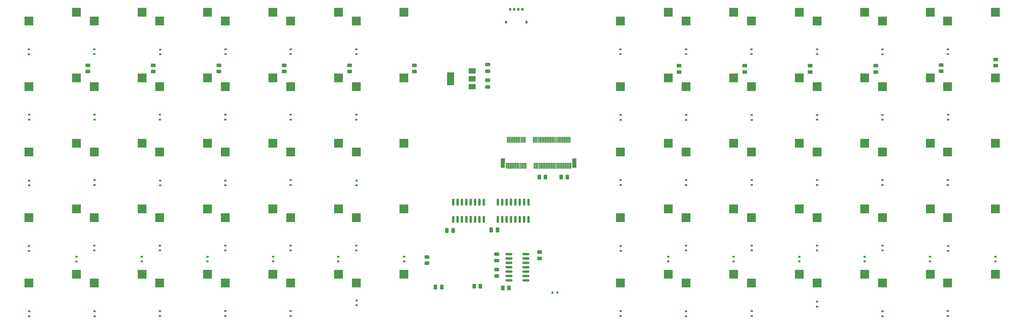
<source format=gbp>
G04 #@! TF.GenerationSoftware,KiCad,Pcbnew,(6.0.10)*
G04 #@! TF.CreationDate,2023-08-27T18:11:45-04:00*
G04 #@! TF.ProjectId,storyboard,73746f72-7962-46f6-9172-642e6b696361,rev?*
G04 #@! TF.SameCoordinates,Original*
G04 #@! TF.FileFunction,Paste,Bot*
G04 #@! TF.FilePolarity,Positive*
%FSLAX46Y46*%
G04 Gerber Fmt 4.6, Leading zero omitted, Abs format (unit mm)*
G04 Created by KiCad (PCBNEW (6.0.10)) date 2023-08-27 18:11:45*
%MOMM*%
%LPD*%
G01*
G04 APERTURE LIST*
G04 Aperture macros list*
%AMRoundRect*
0 Rectangle with rounded corners*
0 $1 Rounding radius*
0 $2 $3 $4 $5 $6 $7 $8 $9 X,Y pos of 4 corners*
0 Add a 4 corners polygon primitive as box body*
4,1,4,$2,$3,$4,$5,$6,$7,$8,$9,$2,$3,0*
0 Add four circle primitives for the rounded corners*
1,1,$1+$1,$2,$3*
1,1,$1+$1,$4,$5*
1,1,$1+$1,$6,$7*
1,1,$1+$1,$8,$9*
0 Add four rect primitives between the rounded corners*
20,1,$1+$1,$2,$3,$4,$5,0*
20,1,$1+$1,$4,$5,$6,$7,0*
20,1,$1+$1,$6,$7,$8,$9,0*
20,1,$1+$1,$8,$9,$2,$3,0*%
G04 Aperture macros list end*
%ADD10C,0.066040*%
%ADD11R,2.550000X2.500000*%
%ADD12R,2.000000X1.500000*%
%ADD13R,2.000000X3.800000*%
%ADD14RoundRect,0.250000X-0.450000X0.262500X-0.450000X-0.262500X0.450000X-0.262500X0.450000X0.262500X0*%
%ADD15R,0.700000X0.600000*%
%ADD16RoundRect,0.250000X-0.262500X-0.450000X0.262500X-0.450000X0.262500X0.450000X-0.262500X0.450000X0*%
%ADD17RoundRect,0.150000X-0.150000X0.825000X-0.150000X-0.825000X0.150000X-0.825000X0.150000X0.825000X0*%
%ADD18RoundRect,0.250000X0.450000X-0.262500X0.450000X0.262500X-0.450000X0.262500X-0.450000X-0.262500X0*%
%ADD19RoundRect,0.150000X0.150000X0.275000X-0.150000X0.275000X-0.150000X-0.275000X0.150000X-0.275000X0*%
%ADD20RoundRect,0.175000X0.175000X0.225000X-0.175000X0.225000X-0.175000X-0.225000X0.175000X-0.225000X0*%
%ADD21RoundRect,0.150000X0.825000X0.150000X-0.825000X0.150000X-0.825000X-0.150000X0.825000X-0.150000X0*%
%ADD22RoundRect,0.250000X0.475000X-0.250000X0.475000X0.250000X-0.475000X0.250000X-0.475000X-0.250000X0*%
%ADD23RoundRect,0.250000X0.262500X0.450000X-0.262500X0.450000X-0.262500X-0.450000X0.262500X-0.450000X0*%
%ADD24R,0.600000X0.700000*%
%ADD25RoundRect,0.250000X0.250000X0.475000X-0.250000X0.475000X-0.250000X-0.475000X0.250000X-0.475000X0*%
%ADD26R,0.299720X1.549400*%
%ADD27R,1.198880X2.748280*%
G04 APERTURE END LIST*
D10*
X215599940Y-92094535D02*
X215599940Y-90344475D01*
X219097520Y-92094535D02*
X219097520Y-90344475D01*
X217149340Y-84545655D02*
X216849620Y-84545655D01*
X211647700Y-84545655D02*
X211347980Y-84545655D01*
X204152160Y-82795595D02*
X203852440Y-82795595D01*
X211398780Y-92094535D02*
X211099060Y-92094535D01*
X220098280Y-92094535D02*
X220098280Y-90344475D01*
X211899160Y-90344475D02*
X211599440Y-90344475D01*
X213898140Y-92094535D02*
X213898140Y-90344475D01*
X204401080Y-92094535D02*
X204101360Y-92094535D01*
X216148580Y-84545655D02*
X215848860Y-84545655D01*
X214898900Y-92094535D02*
X214599180Y-92094535D01*
X219648700Y-82795595D02*
X219348980Y-82795595D01*
X216897880Y-92094535D02*
X216598160Y-92094535D01*
X215147820Y-82795595D02*
X214848100Y-82795595D01*
X220398000Y-90344475D02*
X220098280Y-90344475D01*
X212648460Y-82795595D02*
X212348740Y-82795595D01*
X205650760Y-82795595D02*
X205351040Y-82795595D01*
X202351300Y-84545655D02*
X202351300Y-82795595D01*
X209651260Y-82795595D02*
X209351540Y-82795595D01*
X218348220Y-84545655D02*
X218348220Y-82795595D01*
X213649220Y-84545655D02*
X213649220Y-82795595D01*
X215648200Y-84545655D02*
X215348480Y-84545655D01*
X218099300Y-92094535D02*
X218099300Y-90344475D01*
X214848100Y-84545655D02*
X214848100Y-82795595D01*
X205150380Y-84545655D02*
X204850660Y-84545655D01*
X205902220Y-90344475D02*
X205602500Y-90344475D01*
X204650000Y-82795595D02*
X204350280Y-82795595D01*
X215099560Y-92094535D02*
X215099560Y-90344475D01*
X218647940Y-82795595D02*
X218348220Y-82795595D01*
X211599440Y-92094535D02*
X211599440Y-90344475D01*
X217649720Y-84545655D02*
X217649720Y-82795595D01*
X205902220Y-92094535D02*
X205602500Y-92094535D01*
X214398520Y-90344475D02*
X214098800Y-90344475D01*
X213148840Y-84545655D02*
X213148840Y-82795595D01*
X219399780Y-90344475D02*
X219097520Y-90344475D01*
X217898640Y-92094535D02*
X217598920Y-92094535D01*
X219897620Y-92094535D02*
X219897620Y-90344475D01*
X204650000Y-84545655D02*
X204350280Y-84545655D01*
X204401080Y-90344475D02*
X204101360Y-90344475D01*
X214649980Y-84545655D02*
X214649980Y-82795595D01*
X217149340Y-82795595D02*
X216849620Y-82795595D01*
X214098800Y-92094535D02*
X214098800Y-90344475D01*
X214649980Y-84545655D02*
X214347720Y-84545655D01*
X212399540Y-90344475D02*
X212099820Y-90344475D01*
X213397760Y-90344475D02*
X213098040Y-90344475D01*
X209651260Y-84545655D02*
X209651260Y-82795595D01*
X202902480Y-92094535D02*
X202902480Y-90344475D01*
X201901720Y-90344475D02*
X201602000Y-90344475D01*
X210601220Y-92094535D02*
X210601220Y-90344475D01*
X217398260Y-92094535D02*
X217398260Y-90344475D01*
X210151640Y-84545655D02*
X210151640Y-82795595D01*
X211099060Y-92094535D02*
X211099060Y-90344475D01*
X201850920Y-84545655D02*
X201850920Y-82795595D01*
X206400060Y-92094535D02*
X206100340Y-92094535D01*
X220149080Y-84545655D02*
X220149080Y-82795595D01*
X218899400Y-92094535D02*
X218899400Y-90344475D01*
X218147560Y-82795595D02*
X217847840Y-82795595D01*
X216598160Y-92094535D02*
X216598160Y-90344475D01*
X216897880Y-90344475D02*
X216598160Y-90344475D01*
X211647700Y-84545655D02*
X211647700Y-82795595D01*
X218647940Y-84545655D02*
X218647940Y-82795595D01*
X206900440Y-90344475D02*
X206600720Y-90344475D01*
X215399280Y-92094535D02*
X215399280Y-90344475D01*
X218147560Y-84545655D02*
X217847840Y-84545655D01*
X206151140Y-82795595D02*
X205851420Y-82795595D01*
X209851920Y-84545655D02*
X209851920Y-82795595D01*
X215399280Y-92094535D02*
X215099560Y-92094535D01*
X212148080Y-82795595D02*
X211848360Y-82795595D01*
X218899400Y-92094535D02*
X218599680Y-92094535D01*
X205851420Y-84545655D02*
X205851420Y-82795595D01*
X218399020Y-92094535D02*
X218099300Y-92094535D01*
X210400560Y-90344475D02*
X210100840Y-90344475D01*
X205401840Y-92094535D02*
X205102120Y-92094535D01*
X213148840Y-82795595D02*
X212849120Y-82795595D01*
X204152160Y-84545655D02*
X204152160Y-82795595D01*
X202902480Y-92094535D02*
X202600220Y-92094535D01*
X210151640Y-84545655D02*
X209851920Y-84545655D01*
X215899660Y-90344475D02*
X215599940Y-90344475D01*
X219348980Y-84545655D02*
X219348980Y-82795595D01*
X205150380Y-84545655D02*
X205150380Y-82795595D01*
X215147820Y-84545655D02*
X215147820Y-82795595D01*
X214649980Y-82795595D02*
X214347720Y-82795595D01*
X205401840Y-90344475D02*
X205102120Y-90344475D01*
X203400320Y-90344475D02*
X203100600Y-90344475D01*
X218899400Y-90344475D02*
X218599680Y-90344475D01*
X204650000Y-84545655D02*
X204650000Y-82795595D01*
X211398780Y-90344475D02*
X211099060Y-90344475D01*
X215899660Y-92094535D02*
X215899660Y-90344475D01*
X203151400Y-84545655D02*
X203151400Y-82795595D01*
X212597660Y-92094535D02*
X212597660Y-90344475D01*
X201901720Y-92094535D02*
X201901720Y-90344475D01*
X206351800Y-84545655D02*
X206351800Y-82795595D01*
X216849620Y-84545655D02*
X216849620Y-82795595D01*
X217350000Y-84545655D02*
X217350000Y-82795595D01*
X213598420Y-92094535D02*
X213598420Y-90344475D01*
X202902480Y-90344475D02*
X202600220Y-90344475D01*
X210100840Y-92094535D02*
X210100840Y-90344475D01*
X203600980Y-92094535D02*
X203600980Y-90344475D01*
X220398000Y-92094535D02*
X220398000Y-90344475D01*
X217149340Y-84545655D02*
X217149340Y-82795595D01*
X213349500Y-84545655D02*
X213349500Y-82795595D01*
X209900180Y-92094535D02*
X209900180Y-90344475D01*
X217898640Y-90344475D02*
X217598920Y-90344475D01*
X210900940Y-92094535D02*
X210601220Y-92094535D01*
X218147560Y-84545655D02*
X218147560Y-82795595D01*
X212849120Y-84545655D02*
X212849120Y-82795595D01*
X212899920Y-90344475D02*
X212597660Y-90344475D01*
X212099820Y-92094535D02*
X212099820Y-90344475D01*
X214898900Y-90344475D02*
X214599180Y-90344475D01*
X213397760Y-92094535D02*
X213098040Y-92094535D01*
X206600720Y-92094535D02*
X206600720Y-90344475D01*
X204901460Y-90344475D02*
X204601740Y-90344475D01*
X217398260Y-90344475D02*
X217098540Y-90344475D01*
X214398520Y-92094535D02*
X214398520Y-90344475D01*
X209900180Y-92094535D02*
X209600460Y-92094535D01*
X206651520Y-84545655D02*
X206651520Y-82795595D01*
X209651260Y-84545655D02*
X209351540Y-84545655D01*
X220149080Y-82795595D02*
X219849360Y-82795595D01*
X210900940Y-90344475D02*
X210601220Y-90344475D01*
X215848860Y-84545655D02*
X215848860Y-82795595D01*
X206900440Y-92094535D02*
X206600720Y-92094535D01*
X212899920Y-92094535D02*
X212597660Y-92094535D01*
X204601740Y-92094535D02*
X204601740Y-90344475D01*
X210652020Y-82795595D02*
X210352300Y-82795595D01*
X216648960Y-82795595D02*
X216349240Y-82795595D01*
X207151900Y-82795595D02*
X206852180Y-82795595D01*
X219849360Y-84545655D02*
X219849360Y-82795595D01*
X209600460Y-92094535D02*
X209600460Y-90344475D01*
X207400820Y-92094535D02*
X207400820Y-90344475D01*
X211149860Y-82795595D02*
X210850140Y-82795595D01*
X205150380Y-82795595D02*
X204850660Y-82795595D01*
X215899660Y-92094535D02*
X215599940Y-92094535D01*
X214149600Y-82795595D02*
X213849880Y-82795595D01*
X207151900Y-84545655D02*
X207151900Y-82795595D01*
X207400820Y-90344475D02*
X207101100Y-90344475D01*
X215648200Y-84545655D02*
X215648200Y-82795595D01*
X205650760Y-84545655D02*
X205650760Y-82795595D01*
X213148840Y-84545655D02*
X212849120Y-84545655D01*
X203400320Y-92094535D02*
X203400320Y-90344475D01*
X209351540Y-84545655D02*
X209351540Y-82795595D01*
X205401840Y-92094535D02*
X205401840Y-90344475D01*
X214599180Y-92094535D02*
X214599180Y-90344475D01*
X215648200Y-82795595D02*
X215348480Y-82795595D01*
X214347720Y-84545655D02*
X214347720Y-82795595D01*
X206852180Y-84545655D02*
X206852180Y-82795595D01*
X220398000Y-92094535D02*
X220098280Y-92094535D01*
X207400820Y-92094535D02*
X207101100Y-92094535D01*
X210400560Y-92094535D02*
X210100840Y-92094535D01*
X213649220Y-82795595D02*
X213349500Y-82795595D01*
X211647700Y-82795595D02*
X211347980Y-82795595D01*
X202402100Y-90344475D02*
X202102380Y-90344475D01*
X202102380Y-92094535D02*
X202102380Y-90344475D01*
X216897880Y-92094535D02*
X216897880Y-90344475D01*
X219897620Y-92094535D02*
X219597900Y-92094535D01*
X210352300Y-84545655D02*
X210352300Y-82795595D01*
X212648460Y-84545655D02*
X212348740Y-84545655D01*
X206900440Y-92094535D02*
X206900440Y-90344475D01*
X212348740Y-84545655D02*
X212348740Y-82795595D01*
X206151140Y-84545655D02*
X205851420Y-84545655D01*
X219148320Y-82795595D02*
X218848600Y-82795595D01*
X202651020Y-84545655D02*
X202351300Y-84545655D01*
X202402100Y-92094535D02*
X202102380Y-92094535D01*
X211848360Y-84545655D02*
X211848360Y-82795595D01*
X212148080Y-84545655D02*
X211848360Y-84545655D01*
X202150640Y-84545655D02*
X202150640Y-82795595D01*
X202150640Y-82795595D02*
X201850920Y-82795595D01*
X216349240Y-84545655D02*
X216349240Y-82795595D01*
X206651520Y-84545655D02*
X206351800Y-84545655D01*
X210400560Y-92094535D02*
X210400560Y-90344475D01*
X202651020Y-84545655D02*
X202651020Y-82795595D01*
X216397500Y-92094535D02*
X216397500Y-90344475D01*
X219399780Y-92094535D02*
X219097520Y-92094535D01*
X216648960Y-84545655D02*
X216349240Y-84545655D01*
X204152160Y-84545655D02*
X203852440Y-84545655D01*
X204401080Y-92094535D02*
X204401080Y-90344475D01*
X203651780Y-84545655D02*
X203651780Y-82795595D01*
X210151640Y-82795595D02*
X209851920Y-82795595D01*
X205602500Y-92094535D02*
X205602500Y-90344475D01*
X215399280Y-90344475D02*
X215099560Y-90344475D01*
X219648700Y-84545655D02*
X219348980Y-84545655D01*
X211347980Y-84545655D02*
X211347980Y-82795595D01*
X204901460Y-92094535D02*
X204901460Y-90344475D01*
X204350280Y-84545655D02*
X204350280Y-82795595D01*
X204101360Y-92094535D02*
X204101360Y-90344475D01*
X203900700Y-92094535D02*
X203900700Y-90344475D01*
X203651780Y-82795595D02*
X203352060Y-82795595D01*
X219399780Y-92094535D02*
X219399780Y-90344475D01*
X217649720Y-84545655D02*
X217350000Y-84545655D01*
X214398520Y-92094535D02*
X214098800Y-92094535D01*
X203852440Y-84545655D02*
X203852440Y-82795595D01*
X209900180Y-90344475D02*
X209600460Y-90344475D01*
X203400320Y-92094535D02*
X203100600Y-92094535D01*
X217847840Y-84545655D02*
X217847840Y-82795595D01*
X220149080Y-84545655D02*
X219849360Y-84545655D01*
X204850660Y-84545655D02*
X204850660Y-82795595D01*
X218647940Y-84545655D02*
X218348220Y-84545655D01*
X215147820Y-84545655D02*
X214848100Y-84545655D01*
X205102120Y-92094535D02*
X205102120Y-90344475D01*
X216397500Y-90344475D02*
X216097780Y-90344475D01*
X213898140Y-90344475D02*
X213598420Y-90344475D01*
X202600220Y-92094535D02*
X202600220Y-90344475D01*
X210652020Y-84545655D02*
X210652020Y-82795595D01*
X212899920Y-92094535D02*
X212899920Y-90344475D01*
X202402100Y-92094535D02*
X202402100Y-90344475D01*
X206400060Y-90344475D02*
X206100340Y-90344475D01*
X216648960Y-84545655D02*
X216648960Y-82795595D01*
X213649220Y-84545655D02*
X213349500Y-84545655D01*
X207101100Y-92094535D02*
X207101100Y-90344475D01*
X203352060Y-84545655D02*
X203352060Y-82795595D01*
X202150640Y-84545655D02*
X201850920Y-84545655D01*
X206100340Y-92094535D02*
X206100340Y-90344475D01*
X204901460Y-92094535D02*
X204601740Y-92094535D01*
X216097780Y-92094535D02*
X216097780Y-90344475D01*
X219148320Y-84545655D02*
X219148320Y-82795595D01*
X217898640Y-92094535D02*
X217898640Y-90344475D01*
X213898140Y-92094535D02*
X213598420Y-92094535D01*
X213098040Y-92094535D02*
X213098040Y-90344475D01*
X213397760Y-92094535D02*
X213397760Y-90344475D01*
X210900940Y-92094535D02*
X210900940Y-90344475D01*
X205351040Y-84545655D02*
X205351040Y-82795595D01*
X212399540Y-92094535D02*
X212399540Y-90344475D01*
X216148580Y-82795595D02*
X215848860Y-82795595D01*
X212399540Y-92094535D02*
X212099820Y-92094535D01*
X214149600Y-84545655D02*
X214149600Y-82795595D01*
X211899160Y-92094535D02*
X211899160Y-90344475D01*
X203900700Y-92094535D02*
X203600980Y-92094535D01*
X218399020Y-90344475D02*
X218099300Y-90344475D01*
X201901720Y-92094535D02*
X201602000Y-92094535D01*
X216148580Y-84545655D02*
X216148580Y-82795595D01*
X215348480Y-84545655D02*
X215348480Y-82795595D01*
X206400060Y-92094535D02*
X206400060Y-90344475D01*
X211899160Y-92094535D02*
X211599440Y-92094535D01*
X211149860Y-84545655D02*
X211149860Y-82795595D01*
X211398780Y-92094535D02*
X211398780Y-90344475D01*
X203151400Y-84545655D02*
X202851680Y-84545655D01*
X218848600Y-84545655D02*
X218848600Y-82795595D01*
X201602000Y-92094535D02*
X201602000Y-90344475D01*
X210850140Y-84545655D02*
X210850140Y-82795595D01*
X219648700Y-84545655D02*
X219648700Y-82795595D01*
X205650760Y-84545655D02*
X205351040Y-84545655D01*
X203151400Y-82795595D02*
X202851680Y-82795595D01*
X217098540Y-92094535D02*
X217098540Y-90344475D01*
X210652020Y-84545655D02*
X210352300Y-84545655D01*
X206151140Y-84545655D02*
X206151140Y-82795595D01*
X212148080Y-84545655D02*
X212148080Y-82795595D01*
X214898900Y-92094535D02*
X214898900Y-90344475D01*
X207151900Y-84545655D02*
X206852180Y-84545655D01*
X214149600Y-84545655D02*
X213849880Y-84545655D01*
X202851680Y-84545655D02*
X202851680Y-82795595D01*
X206651520Y-82795595D02*
X206351800Y-82795595D01*
X203100600Y-92094535D02*
X203100600Y-90344475D01*
X211149860Y-84545655D02*
X210850140Y-84545655D01*
X218599680Y-92094535D02*
X218599680Y-90344475D01*
X202651020Y-82795595D02*
X202351300Y-82795595D01*
X203651780Y-84545655D02*
X203352060Y-84545655D01*
X203900700Y-90344475D02*
X203600980Y-90344475D01*
X219897620Y-90344475D02*
X219597900Y-90344475D01*
X218399020Y-92094535D02*
X218399020Y-90344475D01*
X219148320Y-84545655D02*
X218848600Y-84545655D01*
X219597900Y-92094535D02*
X219597900Y-90344475D01*
X217398260Y-92094535D02*
X217098540Y-92094535D01*
X213849880Y-84545655D02*
X213849880Y-82795595D01*
X217598920Y-92094535D02*
X217598920Y-90344475D01*
X212648460Y-84545655D02*
X212648460Y-82795595D01*
X205902220Y-92094535D02*
X205902220Y-90344475D01*
X217649720Y-82795595D02*
X217350000Y-82795595D01*
X216397500Y-92094535D02*
X216097780Y-92094535D01*
D11*
X324620000Y-46720000D03*
X310770000Y-49260000D03*
X133940000Y-46720000D03*
X120090000Y-49260000D03*
X95940000Y-103720000D03*
X82090000Y-106260000D03*
X248620000Y-122720000D03*
X234770000Y-125260000D03*
X171940000Y-84720000D03*
X158090000Y-87260000D03*
X133940000Y-103720000D03*
X120090000Y-106260000D03*
X267620000Y-84720000D03*
X253770000Y-87260000D03*
X114940000Y-46720000D03*
X101090000Y-49260000D03*
X114940000Y-122720000D03*
X101090000Y-125260000D03*
X305620000Y-65720000D03*
X291770000Y-68260000D03*
X133940000Y-65720000D03*
X120090000Y-68260000D03*
X152940000Y-84720000D03*
X139090000Y-87260000D03*
X286620000Y-46720000D03*
X272770000Y-49260000D03*
X114940000Y-84720000D03*
X101090000Y-87260000D03*
X286620000Y-103720000D03*
X272770000Y-106260000D03*
X286620000Y-122720000D03*
X272770000Y-125260000D03*
X343540000Y-46720000D03*
X329690000Y-49260000D03*
X95940000Y-84720000D03*
X82090000Y-87260000D03*
X343540000Y-103720000D03*
X329690000Y-106260000D03*
X248620000Y-103720000D03*
X234770000Y-106260000D03*
X171940000Y-46720000D03*
X158090000Y-49260000D03*
X267620000Y-46720000D03*
X253770000Y-49260000D03*
X152940000Y-122720000D03*
X139090000Y-125260000D03*
X305620000Y-122720000D03*
X291770000Y-125260000D03*
X324620000Y-103720000D03*
X310770000Y-106260000D03*
X324620000Y-84720000D03*
X310770000Y-87260000D03*
X267620000Y-65720000D03*
X253770000Y-68260000D03*
X133940000Y-84720000D03*
X120090000Y-87260000D03*
X76940000Y-103720000D03*
X63090000Y-106260000D03*
X305620000Y-46720000D03*
X291770000Y-49260000D03*
X248620000Y-84720000D03*
X234770000Y-87260000D03*
X114940000Y-103720000D03*
X101090000Y-106260000D03*
X324620000Y-65720000D03*
X310770000Y-68260000D03*
X76940000Y-84720000D03*
X63090000Y-87260000D03*
X343540000Y-84720000D03*
X329690000Y-87260000D03*
X267620000Y-122720000D03*
X253770000Y-125260000D03*
X286620000Y-84720000D03*
X272770000Y-87260000D03*
X324620000Y-122720000D03*
X310770000Y-125260000D03*
X114940000Y-65720000D03*
X101090000Y-68260000D03*
X95940000Y-46720000D03*
X82090000Y-49260000D03*
X152940000Y-46720000D03*
X139090000Y-49260000D03*
X305620000Y-84720000D03*
X291770000Y-87260000D03*
X248620000Y-65720000D03*
X234770000Y-68260000D03*
X76940000Y-122720000D03*
X63090000Y-125260000D03*
X267620000Y-103720000D03*
X253770000Y-106260000D03*
X305620000Y-103720000D03*
X291770000Y-106260000D03*
X133940000Y-122720000D03*
X120090000Y-125260000D03*
X95940000Y-65720000D03*
X82090000Y-68260000D03*
X171940000Y-103720000D03*
X158090000Y-106260000D03*
X343540000Y-65720000D03*
X329690000Y-68260000D03*
X95940000Y-122720000D03*
X82090000Y-125260000D03*
X286620000Y-65720000D03*
X272770000Y-68260000D03*
X171940000Y-65720000D03*
X158090000Y-68260000D03*
X152940000Y-103720000D03*
X139090000Y-106260000D03*
X343540000Y-122720000D03*
X329690000Y-125260000D03*
X171940000Y-122720000D03*
X158090000Y-125260000D03*
X248620000Y-46720000D03*
X234770000Y-49260000D03*
X76940000Y-46720000D03*
X63090000Y-49260000D03*
X152940000Y-65720000D03*
X139090000Y-68260000D03*
X76940000Y-65720000D03*
X63090000Y-68260000D03*
D12*
X191750000Y-63700000D03*
X191750000Y-66000000D03*
D13*
X185450000Y-66000000D03*
D12*
X191750000Y-68300000D03*
D14*
X308800000Y-62187500D03*
X308800000Y-64012500D03*
D15*
X82100000Y-58800000D03*
X82100000Y-57400000D03*
D14*
X156200000Y-62087500D03*
X156200000Y-63912500D03*
D16*
X181087500Y-126400000D03*
X182912500Y-126400000D03*
D15*
X158100000Y-115800000D03*
X158100000Y-114400000D03*
X291800000Y-58800000D03*
X291800000Y-57400000D03*
D17*
X199155000Y-101825000D03*
X200425000Y-101825000D03*
X201695000Y-101825000D03*
X202965000Y-101825000D03*
X204235000Y-101825000D03*
X205505000Y-101825000D03*
X206775000Y-101825000D03*
X208045000Y-101825000D03*
X208045000Y-106775000D03*
X206775000Y-106775000D03*
X205505000Y-106775000D03*
X204235000Y-106775000D03*
X202965000Y-106775000D03*
X201695000Y-106775000D03*
X200425000Y-106775000D03*
X199155000Y-106775000D03*
D15*
X120100000Y-96900000D03*
X120100000Y-95500000D03*
X82200000Y-77800000D03*
X82200000Y-76400000D03*
X158100000Y-77800000D03*
X158100000Y-76400000D03*
X291800000Y-77875000D03*
X291800000Y-76475000D03*
X95900000Y-119000000D03*
X95900000Y-117600000D03*
D18*
X178600000Y-119512500D03*
X178600000Y-117687500D03*
D15*
X158200000Y-96900000D03*
X158200000Y-95500000D03*
X310800000Y-58850000D03*
X310800000Y-57450000D03*
X158200000Y-131700000D03*
X158200000Y-130300000D03*
X101100000Y-77800000D03*
X101100000Y-76400000D03*
X82100000Y-115800000D03*
X82100000Y-114400000D03*
X101100000Y-115800000D03*
X101100000Y-114400000D03*
X139100000Y-115800000D03*
X139100000Y-114400000D03*
D19*
X206300000Y-45797893D03*
X205100000Y-45797893D03*
X203900000Y-45797893D03*
X202700000Y-45797893D03*
D20*
X201550000Y-49572893D03*
X207450000Y-49572893D03*
D15*
X234800000Y-77900000D03*
X234800000Y-76500000D03*
X286600000Y-119000000D03*
X286600000Y-117600000D03*
D16*
X217527500Y-94488000D03*
X219352500Y-94488000D03*
D15*
X234800000Y-96800000D03*
X234800000Y-95400000D03*
D14*
X327800000Y-62000000D03*
X327800000Y-63825000D03*
D15*
X310800000Y-77850000D03*
X310800000Y-76450000D03*
X291800000Y-115800000D03*
X291800000Y-114400000D03*
X120100000Y-77800000D03*
X120100000Y-76400000D03*
X158100000Y-58800000D03*
X158100000Y-57400000D03*
X82200000Y-134900000D03*
X82200000Y-133500000D03*
X120200000Y-58800000D03*
X120200000Y-57400000D03*
X234800000Y-134800000D03*
X234800000Y-133400000D03*
X234750000Y-58800000D03*
X234750000Y-57400000D03*
D21*
X207350000Y-116850000D03*
X207350000Y-118120000D03*
X207350000Y-119390000D03*
X207350000Y-120660000D03*
X207350000Y-121930000D03*
X207350000Y-123200000D03*
X207350000Y-124470000D03*
X202400000Y-124470000D03*
X202400000Y-123200000D03*
X202400000Y-121930000D03*
X202400000Y-120660000D03*
X202400000Y-119390000D03*
X202400000Y-118120000D03*
X202400000Y-116850000D03*
D15*
X253800000Y-96800000D03*
X253800000Y-95400000D03*
X63200000Y-96900000D03*
X63200000Y-95500000D03*
X253800000Y-77900000D03*
X253800000Y-76500000D03*
X253800000Y-115800000D03*
X253800000Y-114400000D03*
X139100000Y-96800000D03*
X139100000Y-95400000D03*
D16*
X211177500Y-94488000D03*
X213002500Y-94488000D03*
D15*
X272800000Y-134800000D03*
X272800000Y-133400000D03*
X324600000Y-119000000D03*
X324600000Y-117600000D03*
X272750000Y-58800000D03*
X272750000Y-57400000D03*
X291800000Y-96800000D03*
X291800000Y-95400000D03*
X120100000Y-115800000D03*
X120100000Y-114400000D03*
X310800000Y-134900000D03*
X310800000Y-133500000D03*
X114900000Y-119000000D03*
X114900000Y-117600000D03*
X329700000Y-58800000D03*
X329700000Y-57400000D03*
X329700000Y-134800000D03*
X329700000Y-133400000D03*
X234800000Y-115900000D03*
X234800000Y-114500000D03*
X253800000Y-58800000D03*
X253800000Y-57400000D03*
X329800000Y-77800000D03*
X329800000Y-76400000D03*
X329700000Y-96800000D03*
X329700000Y-95400000D03*
X310800000Y-115800000D03*
X310800000Y-114400000D03*
D14*
X198800000Y-121377500D03*
X198800000Y-123202500D03*
D15*
X63200000Y-134900000D03*
X63200000Y-133500000D03*
X82200000Y-96800000D03*
X82200000Y-95400000D03*
X172000000Y-119000000D03*
X172000000Y-117600000D03*
X343500000Y-119000000D03*
X343500000Y-117600000D03*
D22*
X196200000Y-63750000D03*
X196200000Y-61850000D03*
D23*
X202412500Y-126690000D03*
X200587500Y-126690000D03*
D24*
X216454000Y-128016000D03*
X215054000Y-128016000D03*
D25*
X199131646Y-109864912D03*
X197231646Y-109864912D03*
D15*
X63200000Y-77800000D03*
X63200000Y-76400000D03*
D25*
X186249820Y-109993151D03*
X184349820Y-109993151D03*
D17*
X186255000Y-101825000D03*
X187525000Y-101825000D03*
X188795000Y-101825000D03*
X190065000Y-101825000D03*
X191335000Y-101825000D03*
X192605000Y-101825000D03*
X193875000Y-101825000D03*
X195145000Y-101825000D03*
X195145000Y-106775000D03*
X193875000Y-106775000D03*
X192605000Y-106775000D03*
X191335000Y-106775000D03*
X190065000Y-106775000D03*
X188795000Y-106775000D03*
X187525000Y-106775000D03*
X186255000Y-106775000D03*
D15*
X101100000Y-134800000D03*
X101100000Y-133400000D03*
X101200000Y-96900000D03*
X101200000Y-95500000D03*
D14*
X251800000Y-62187500D03*
X251800000Y-64012500D03*
X343600000Y-60387500D03*
X343600000Y-62212500D03*
D22*
X196200000Y-68350000D03*
X196200000Y-66450000D03*
D15*
X120100000Y-134800000D03*
X120100000Y-133400000D03*
X63100000Y-58850000D03*
X63100000Y-57450000D03*
D14*
X211300000Y-116277500D03*
X211300000Y-118102500D03*
D16*
X192287500Y-126200000D03*
X194112500Y-126200000D03*
D15*
X139100000Y-134800000D03*
X139100000Y-133400000D03*
X152900000Y-119000000D03*
X152900000Y-117600000D03*
D22*
X198875000Y-118740000D03*
X198875000Y-116840000D03*
D15*
X76900000Y-119000000D03*
X76900000Y-117600000D03*
X291800000Y-132100000D03*
X291800000Y-130700000D03*
X63100000Y-115900000D03*
X63100000Y-114500000D03*
D14*
X137200000Y-62087500D03*
X137200000Y-63912500D03*
X175000000Y-62087500D03*
X175000000Y-63912500D03*
X289800000Y-62187500D03*
X289800000Y-64012500D03*
D15*
X139100000Y-58800000D03*
X139100000Y-57400000D03*
X272800000Y-77900000D03*
X272800000Y-76500000D03*
D14*
X270800000Y-62187500D03*
X270800000Y-64012500D03*
D15*
X139100000Y-77800000D03*
X139100000Y-76400000D03*
X305600000Y-119000000D03*
X305600000Y-117600000D03*
X329800000Y-115900000D03*
X329800000Y-114500000D03*
X272800000Y-96800000D03*
X272800000Y-95400000D03*
X310800000Y-96800000D03*
X310800000Y-95400000D03*
X248600000Y-119000000D03*
X248600000Y-117600000D03*
X267600000Y-119000000D03*
X267600000Y-117600000D03*
X272800000Y-115800000D03*
X272800000Y-114400000D03*
D26*
X201751860Y-91218235D03*
X202000780Y-83671895D03*
X202252240Y-91218235D03*
X202501160Y-83671895D03*
X202750080Y-91218235D03*
X203001540Y-83671895D03*
X203250460Y-91218235D03*
X203501920Y-83671895D03*
X203750840Y-91218235D03*
X204002300Y-83671895D03*
X204251220Y-91218235D03*
X204500140Y-83671895D03*
X204751600Y-91218235D03*
X205000520Y-83671895D03*
X205251980Y-91218235D03*
X205500900Y-83671895D03*
X205752360Y-91218235D03*
X206001280Y-83671895D03*
X206250200Y-91218235D03*
X206501660Y-83671895D03*
X206750580Y-91218235D03*
X207002040Y-83671895D03*
X207250960Y-91218235D03*
X209501400Y-83671895D03*
X209750320Y-91218235D03*
X210001780Y-83671895D03*
X210250700Y-91218235D03*
X210502160Y-83671895D03*
X210751080Y-91218235D03*
X211000000Y-83671895D03*
X211248920Y-91218235D03*
X211497840Y-83671895D03*
X211749300Y-91218235D03*
X211998220Y-83671895D03*
X212249680Y-91218235D03*
X212498600Y-83671895D03*
X212747520Y-91218235D03*
X212998980Y-83671895D03*
X213247900Y-91218235D03*
X213499360Y-83671895D03*
X213748280Y-91218235D03*
X213999740Y-83671895D03*
X214248660Y-91218235D03*
X214497580Y-83671895D03*
X214749040Y-91218235D03*
X214997960Y-83671895D03*
X215249420Y-91218235D03*
X215498340Y-83671895D03*
X215749800Y-91218235D03*
X215998720Y-83671895D03*
X216247640Y-91218235D03*
X216499100Y-83671895D03*
X216748020Y-91218235D03*
X216999480Y-83671895D03*
X217248400Y-91218235D03*
X217499860Y-83671895D03*
X217748780Y-91218235D03*
X217997700Y-83671895D03*
X218249160Y-91218235D03*
X218498080Y-83671895D03*
X218749540Y-91218235D03*
X218998460Y-83671895D03*
X219249920Y-91218235D03*
X219498840Y-83671895D03*
X219747760Y-91218235D03*
X219999220Y-83671895D03*
X220248140Y-91218235D03*
D27*
X200652040Y-90443535D03*
X221347960Y-90443535D03*
D15*
X101200000Y-58900000D03*
X101200000Y-57500000D03*
X253800000Y-134900000D03*
X253800000Y-133500000D03*
D14*
X99200000Y-62087500D03*
X99200000Y-63912500D03*
X118200000Y-62087500D03*
X118200000Y-63912500D03*
D15*
X134000000Y-119000000D03*
X134000000Y-117600000D03*
D14*
X80200000Y-62087500D03*
X80200000Y-63912500D03*
M02*

</source>
